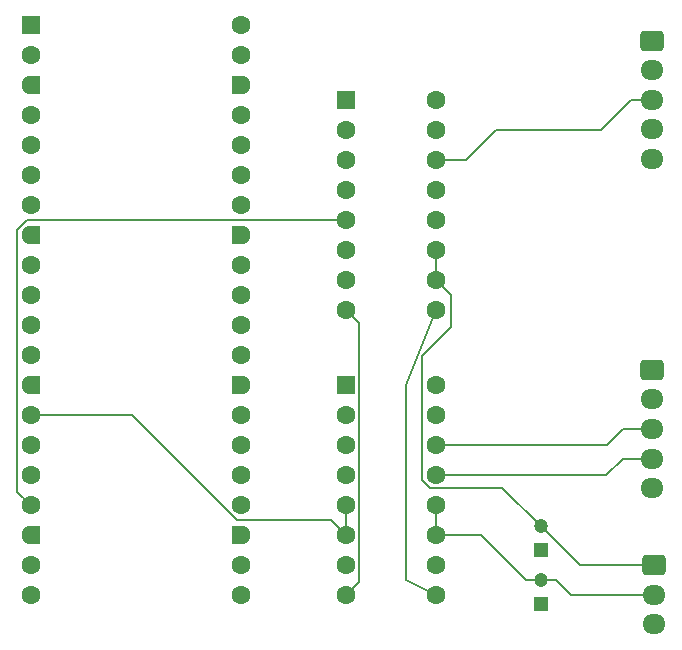
<source format=gbr>
%TF.GenerationSoftware,KiCad,Pcbnew,8.0.4*%
%TF.CreationDate,2024-08-20T16:06:33-07:00*%
%TF.ProjectId,MoonPhase,4d6f6f6e-5068-4617-9365-2e6b69636164,rev?*%
%TF.SameCoordinates,Original*%
%TF.FileFunction,Copper,L2,Bot*%
%TF.FilePolarity,Positive*%
%FSLAX46Y46*%
G04 Gerber Fmt 4.6, Leading zero omitted, Abs format (unit mm)*
G04 Created by KiCad (PCBNEW 8.0.4) date 2024-08-20 16:06:33*
%MOMM*%
%LPD*%
G01*
G04 APERTURE LIST*
G04 Aperture macros list*
%AMRoundRect*
0 Rectangle with rounded corners*
0 $1 Rounding radius*
0 $2 $3 $4 $5 $6 $7 $8 $9 X,Y pos of 4 corners*
0 Add a 4 corners polygon primitive as box body*
4,1,4,$2,$3,$4,$5,$6,$7,$8,$9,$2,$3,0*
0 Add four circle primitives for the rounded corners*
1,1,$1+$1,$2,$3*
1,1,$1+$1,$4,$5*
1,1,$1+$1,$6,$7*
1,1,$1+$1,$8,$9*
0 Add four rect primitives between the rounded corners*
20,1,$1+$1,$2,$3,$4,$5,0*
20,1,$1+$1,$4,$5,$6,$7,0*
20,1,$1+$1,$6,$7,$8,$9,0*
20,1,$1+$1,$8,$9,$2,$3,0*%
%AMFreePoly0*
4,1,28,0.605014,0.794986,0.644504,0.794986,0.724698,0.756366,0.780194,0.686777,0.800000,0.600000,0.800000,-0.600000,0.780194,-0.686777,0.724698,-0.756366,0.644504,-0.794986,0.605014,-0.794986,0.600000,-0.800000,0.000000,-0.800000,-0.178017,-0.779942,-0.347107,-0.720775,-0.498792,-0.625465,-0.625465,-0.498792,-0.720775,-0.347107,-0.779942,-0.178017,-0.800000,0.000000,-0.779942,0.178017,
-0.720775,0.347107,-0.625465,0.498792,-0.498792,0.625465,-0.347107,0.720775,-0.178017,0.779942,0.000000,0.800000,0.600000,0.800000,0.605014,0.794986,0.605014,0.794986,$1*%
%AMFreePoly1*
4,1,28,0.178017,0.779942,0.347107,0.720775,0.498792,0.625465,0.625465,0.498792,0.720775,0.347107,0.779942,0.178017,0.800000,0.000000,0.779942,-0.178017,0.720775,-0.347107,0.625465,-0.498792,0.498792,-0.625465,0.347107,-0.720775,0.178017,-0.779942,0.000000,-0.800000,-0.600000,-0.800000,-0.605014,-0.794986,-0.644504,-0.794986,-0.724698,-0.756366,-0.780194,-0.686777,-0.800000,-0.600000,
-0.800000,0.600000,-0.780194,0.686777,-0.724698,0.756366,-0.644504,0.794986,-0.605014,0.794986,-0.600000,0.800000,0.000000,0.800000,0.178017,0.779942,0.178017,0.779942,$1*%
G04 Aperture macros list end*
%TA.AperFunction,Conductor*%
%ADD10C,0.200000*%
%TD*%
%TA.AperFunction,ComponentPad*%
%ADD11R,1.200000X1.200000*%
%TD*%
%TA.AperFunction,ComponentPad*%
%ADD12C,1.200000*%
%TD*%
%TA.AperFunction,ComponentPad*%
%ADD13RoundRect,0.250000X-0.725000X0.600000X-0.725000X-0.600000X0.725000X-0.600000X0.725000X0.600000X0*%
%TD*%
%TA.AperFunction,ComponentPad*%
%ADD14O,1.950000X1.700000*%
%TD*%
%TA.AperFunction,ComponentPad*%
%ADD15RoundRect,0.200000X-0.600000X-0.600000X0.600000X-0.600000X0.600000X0.600000X-0.600000X0.600000X0*%
%TD*%
%TA.AperFunction,ComponentPad*%
%ADD16C,1.600000*%
%TD*%
%TA.AperFunction,ComponentPad*%
%ADD17FreePoly0,0.000000*%
%TD*%
%TA.AperFunction,ComponentPad*%
%ADD18FreePoly1,0.000000*%
%TD*%
%TA.AperFunction,ComponentPad*%
%ADD19R,1.600000X1.600000*%
%TD*%
G04 APERTURE END LIST*
D10*
%TO.N,+5V*%
X156210000Y-110490000D02*
X158750000Y-111760000D01*
X156210000Y-93980000D02*
X156210000Y-110490000D01*
X158750000Y-87630000D02*
X156210000Y-93980000D01*
%TD*%
D11*
%TO.P,C2,1*%
%TO.N,+5V*%
X167640000Y-112490000D03*
D12*
%TO.P,C2,2*%
%TO.N,IL_OUT_2*%
X167640000Y-110490000D03*
%TD*%
D11*
%TO.P,C1,1*%
%TO.N,+5V*%
X167640000Y-107950000D03*
D12*
%TO.P,C1,2*%
%TO.N,IL_OUT_1*%
X167640000Y-105950000D03*
%TD*%
D13*
%TO.P,J3,1,Pin_1*%
%TO.N,LS_OUT_1*%
X177055000Y-92710000D03*
D14*
%TO.P,J3,2,Pin_2*%
%TO.N,LS_OUT_2*%
X177055000Y-95210000D03*
%TO.P,J3,3,Pin_3*%
%TO.N,LS_OUT_3*%
X177055000Y-97710000D03*
%TO.P,J3,4,Pin_4*%
%TO.N,LS_OUT_4*%
X177055000Y-100210000D03*
%TO.P,J3,5,Pin_5*%
%TO.N,+5V*%
X177055000Y-102710000D03*
%TD*%
D15*
%TO.P,U3,1,GPIO0*%
%TO.N,unconnected-(U3-GPIO0-Pad1)_1*%
X124460000Y-63500000D03*
D16*
%TO.P,U3,2,GPIO1*%
%TO.N,unconnected-(U3-GPIO1-Pad2)*%
X124460000Y-66040000D03*
D17*
%TO.P,U3,3,GND*%
%TO.N,GND*%
X124460000Y-68580000D03*
D16*
%TO.P,U3,4,GPIO2*%
%TO.N,PV_IN_1*%
X124460000Y-71120000D03*
%TO.P,U3,5,GPIO3*%
%TO.N,PV_IN_2*%
X124460000Y-73660000D03*
%TO.P,U3,6,GPIO4*%
%TO.N,PV_IN_3*%
X124460000Y-76200000D03*
%TO.P,U3,7,GPIO5*%
%TO.N,PV_IN_4*%
X124460000Y-78740000D03*
D17*
%TO.P,U3,8,GND*%
%TO.N,GND*%
X124460000Y-81280000D03*
D16*
%TO.P,U3,9,GPIO6*%
%TO.N,LS_IN_1*%
X124460000Y-83820000D03*
%TO.P,U3,10,GPIO7*%
%TO.N,LS_IN_2*%
X124460000Y-86360000D03*
%TO.P,U3,11,GPIO8*%
%TO.N,LS_IN_3*%
X124460000Y-88900000D03*
%TO.P,U3,12,GPIO9*%
%TO.N,LS_IN_4*%
X124460000Y-91440000D03*
D17*
%TO.P,U3,13,GND*%
%TO.N,GND*%
X124460000Y-93980000D03*
D16*
%TO.P,U3,14,GPIO10*%
%TO.N,IL_IN_2*%
X124460000Y-96520000D03*
%TO.P,U3,15,GPIO11*%
%TO.N,IL_IN_1*%
X124460000Y-99060000D03*
%TO.P,U3,16,GPIO12*%
%TO.N,unconnected-(U3-GPIO12-Pad16)_1*%
X124460000Y-101600000D03*
%TO.P,U3,17,GPIO13*%
%TO.N,LED_IN*%
X124460000Y-104140000D03*
D17*
%TO.P,U3,18,GND*%
%TO.N,GND*%
X124460000Y-106680000D03*
D16*
%TO.P,U3,19,GPIO14*%
%TO.N,unconnected-(U3-GPIO14-Pad19)*%
X124460000Y-109220000D03*
%TO.P,U3,20,GPIO15*%
%TO.N,unconnected-(U3-GPIO15-Pad20)*%
X124460000Y-111760000D03*
%TO.P,U3,21,GPIO16*%
%TO.N,unconnected-(U3-GPIO16-Pad21)*%
X142240000Y-111760000D03*
%TO.P,U3,22,GPIO17*%
%TO.N,unconnected-(U3-GPIO17-Pad22)*%
X142240000Y-109220000D03*
D18*
%TO.P,U3,23,GND*%
%TO.N,GND*%
X142240000Y-106680000D03*
D16*
%TO.P,U3,24,GPIO18*%
%TO.N,unconnected-(U3-GPIO18-Pad24)_1*%
X142240000Y-104140000D03*
%TO.P,U3,25,GPIO19*%
%TO.N,unconnected-(U3-GPIO19-Pad25)*%
X142240000Y-101600000D03*
%TO.P,U3,26,GPIO20*%
%TO.N,unconnected-(U3-GPIO20-Pad26)*%
X142240000Y-99060000D03*
%TO.P,U3,27,GPIO21*%
%TO.N,unconnected-(U3-GPIO21-Pad27)_1*%
X142240000Y-96520000D03*
D18*
%TO.P,U3,28,GND*%
%TO.N,GND*%
X142240000Y-93980000D03*
D16*
%TO.P,U3,29,GPIO22*%
%TO.N,unconnected-(U3-GPIO22-Pad29)_1*%
X142240000Y-91440000D03*
%TO.P,U3,30,RUN*%
%TO.N,unconnected-(U3-RUN-Pad30)_1*%
X142240000Y-88900000D03*
%TO.P,U3,31,GPIO26_ADC0*%
%TO.N,unconnected-(U3-GPIO26_ADC0-Pad31)*%
X142240000Y-86360000D03*
%TO.P,U3,32,GPIO27_ADC1*%
%TO.N,unconnected-(U3-GPIO27_ADC1-Pad32)*%
X142240000Y-83820000D03*
D18*
%TO.P,U3,33,AGND*%
%TO.N,unconnected-(U3-AGND-Pad33)*%
X142240000Y-81280000D03*
D16*
%TO.P,U3,34,GPIO28_ADC2*%
%TO.N,unconnected-(U3-GPIO28_ADC2-Pad34)*%
X142240000Y-78740000D03*
%TO.P,U3,35,ADC_VREF*%
%TO.N,unconnected-(U3-ADC_VREF-Pad35)*%
X142240000Y-76200000D03*
%TO.P,U3,36,3V3*%
%TO.N,unconnected-(U3-3V3-Pad36)*%
X142240000Y-73660000D03*
%TO.P,U3,37,3V3_EN*%
%TO.N,unconnected-(U3-3V3_EN-Pad37)*%
X142240000Y-71120000D03*
D18*
%TO.P,U3,38,GND*%
%TO.N,GND*%
X142240000Y-68580000D03*
D16*
%TO.P,U3,39,VSYS*%
%TO.N,unconnected-(U3-VSYS-Pad39)*%
X142240000Y-66040000D03*
%TO.P,U3,40,VBUS*%
%TO.N,+5V*%
X142240000Y-63500000D03*
%TD*%
D13*
%TO.P,J2,1,Pin_1*%
%TO.N,PV_OUT_1*%
X177055000Y-64850000D03*
D14*
%TO.P,J2,2,Pin_2*%
%TO.N,PV_OUT_2*%
X177055000Y-67350000D03*
%TO.P,J2,3,Pin_3*%
%TO.N,PV_OUT_3*%
X177055000Y-69850000D03*
%TO.P,J2,4,Pin_4*%
%TO.N,PV_OUT_4*%
X177055000Y-72350000D03*
%TO.P,J2,5,Pin_5*%
%TO.N,+5V*%
X177055000Y-74850000D03*
%TD*%
D19*
%TO.P,U2,1,I1*%
%TO.N,LS_IN_1*%
X151130000Y-93980000D03*
D16*
%TO.P,U2,2,I2*%
%TO.N,LS_IN_2*%
X151130000Y-96520000D03*
%TO.P,U2,3,I3*%
%TO.N,LS_IN_3*%
X151130000Y-99060000D03*
%TO.P,U2,4,I4*%
%TO.N,LS_IN_4*%
X151130000Y-101600000D03*
%TO.P,U2,5,I5*%
%TO.N,IL_IN_2*%
X151130000Y-104140000D03*
%TO.P,U2,6,I6*%
X151130000Y-106680000D03*
%TO.P,U2,7,I7*%
%TO.N,unconnected-(U2-I7-Pad7)*%
X151130000Y-109220000D03*
%TO.P,U2,8,GND*%
%TO.N,GND*%
X151130000Y-111760000D03*
%TO.P,U2,9,COM*%
%TO.N,+5V*%
X158750000Y-111760000D03*
%TO.P,U2,10,O7*%
%TO.N,unconnected-(U2-O7-Pad10)*%
X158750000Y-109220000D03*
%TO.P,U2,11,O6*%
%TO.N,IL_OUT_2*%
X158750000Y-106680000D03*
%TO.P,U2,12,O5*%
X158750000Y-104140000D03*
%TO.P,U2,13,O4*%
%TO.N,LS_OUT_4*%
X158750000Y-101600000D03*
%TO.P,U2,14,O3*%
%TO.N,LS_OUT_3*%
X158750000Y-99060000D03*
%TO.P,U2,15,O2*%
%TO.N,LS_OUT_2*%
X158750000Y-96520000D03*
%TO.P,U2,16,O1*%
%TO.N,LS_OUT_1*%
X158750000Y-93980000D03*
%TD*%
D19*
%TO.P,U1,1,I1*%
%TO.N,PV_IN_1*%
X151130000Y-69850000D03*
D16*
%TO.P,U1,2,I2*%
%TO.N,PV_IN_2*%
X151130000Y-72390000D03*
%TO.P,U1,3,I3*%
%TO.N,PV_IN_3*%
X151130000Y-74930000D03*
%TO.P,U1,4,I4*%
%TO.N,PV_IN_4*%
X151130000Y-77470000D03*
%TO.P,U1,5,I5*%
%TO.N,LED_IN*%
X151130000Y-80010000D03*
%TO.P,U1,6,I6*%
%TO.N,IL_IN_1*%
X151130000Y-82550000D03*
%TO.P,U1,7,I7*%
X151130000Y-85090000D03*
%TO.P,U1,8,GND*%
%TO.N,GND*%
X151130000Y-87630000D03*
%TO.P,U1,9,COM*%
%TO.N,+5V*%
X158750000Y-87630000D03*
%TO.P,U1,10,O7*%
%TO.N,IL_OUT_1*%
X158750000Y-85090000D03*
%TO.P,U1,11,O6*%
X158750000Y-82550000D03*
%TO.P,U1,12,O5*%
%TO.N,LED_OUT*%
X158750000Y-80010000D03*
%TO.P,U1,13,O4*%
%TO.N,PV_OUT_4*%
X158750000Y-77470000D03*
%TO.P,U1,14,O3*%
%TO.N,PV_OUT_3*%
X158750000Y-74930000D03*
%TO.P,U1,15,O2*%
%TO.N,PV_OUT_2*%
X158750000Y-72390000D03*
%TO.P,U1,16,O1*%
%TO.N,PV_OUT_1*%
X158750000Y-69850000D03*
%TD*%
D13*
%TO.P,J1,1,Pin_1*%
%TO.N,IL_OUT_1*%
X177260000Y-109260000D03*
D14*
%TO.P,J1,2,Pin_2*%
%TO.N,IL_OUT_2*%
X177260000Y-111760000D03*
%TO.P,J1,3,Pin_3*%
%TO.N,+5V*%
X177260000Y-114260000D03*
%TD*%
D10*
%TO.N,IL_IN_2*%
X151130000Y-104140000D02*
X151130000Y-106680000D01*
%TO.N,LED_IN*%
X124167292Y-80010000D02*
X151130000Y-80010000D01*
X123349969Y-80827323D02*
X124167292Y-80010000D01*
X123349969Y-103029969D02*
X123349969Y-80827323D01*
X124460000Y-104140000D02*
X123349969Y-103029969D01*
%TO.N,LS_OUT_3*%
X174595000Y-97710000D02*
X177055000Y-97710000D01*
X173245000Y-99060000D02*
X174595000Y-97710000D01*
%TO.N,PV_OUT_3*%
X172720000Y-72390000D02*
X175260000Y-69850000D01*
X163830000Y-72390000D02*
X172720000Y-72390000D01*
X161290000Y-74930000D02*
X163830000Y-72390000D01*
X175260000Y-69850000D02*
X177055000Y-69850000D01*
X158750000Y-74930000D02*
X161290000Y-74930000D01*
%TO.N,IL_OUT_1*%
X158750000Y-85090000D02*
X158750000Y-82550000D01*
X160020000Y-86360000D02*
X158750000Y-85090000D01*
X157632425Y-102038060D02*
X157632425Y-91500970D01*
X158294365Y-102700000D02*
X157632425Y-102038060D01*
X157632425Y-91500970D02*
X160020000Y-89113395D01*
X160020000Y-89113395D02*
X160020000Y-86360000D01*
X164390000Y-102700000D02*
X158294365Y-102700000D01*
X167640000Y-105950000D02*
X164390000Y-102700000D01*
X170950000Y-109260000D02*
X177260000Y-109260000D01*
X167640000Y-105950000D02*
X170950000Y-109260000D01*
%TO.N,IL_OUT_2*%
X170180000Y-111760000D02*
X177260000Y-111760000D01*
X168910000Y-110490000D02*
X170180000Y-111760000D01*
X167640000Y-110490000D02*
X168910000Y-110490000D01*
X158750000Y-106680000D02*
X158750000Y-104140000D01*
X162560000Y-106680000D02*
X158750000Y-106680000D01*
X166370000Y-110490000D02*
X162560000Y-106680000D01*
X167640000Y-110490000D02*
X166370000Y-110490000D01*
%TO.N,LS_OUT_4*%
X174595000Y-100210000D02*
X177055000Y-100210000D01*
X173205000Y-101600000D02*
X174595000Y-100210000D01*
%TO.N,GND*%
X152230000Y-88730000D02*
X152230000Y-110660000D01*
X152230000Y-110660000D02*
X151130000Y-111760000D01*
X151130000Y-87630000D02*
X152230000Y-88730000D01*
%TO.N,LS_OUT_4*%
X158750000Y-101600000D02*
X173205000Y-101600000D01*
%TO.N,IL_IN_2*%
X149860000Y-105410000D02*
X151130000Y-106680000D01*
X124460000Y-96520000D02*
X133064365Y-96520000D01*
X141954365Y-105410000D02*
X149860000Y-105410000D01*
X133064365Y-96520000D02*
X141954365Y-105410000D01*
%TO.N,LS_OUT_3*%
X158750000Y-99060000D02*
X173245000Y-99060000D01*
%TD*%
M02*

</source>
